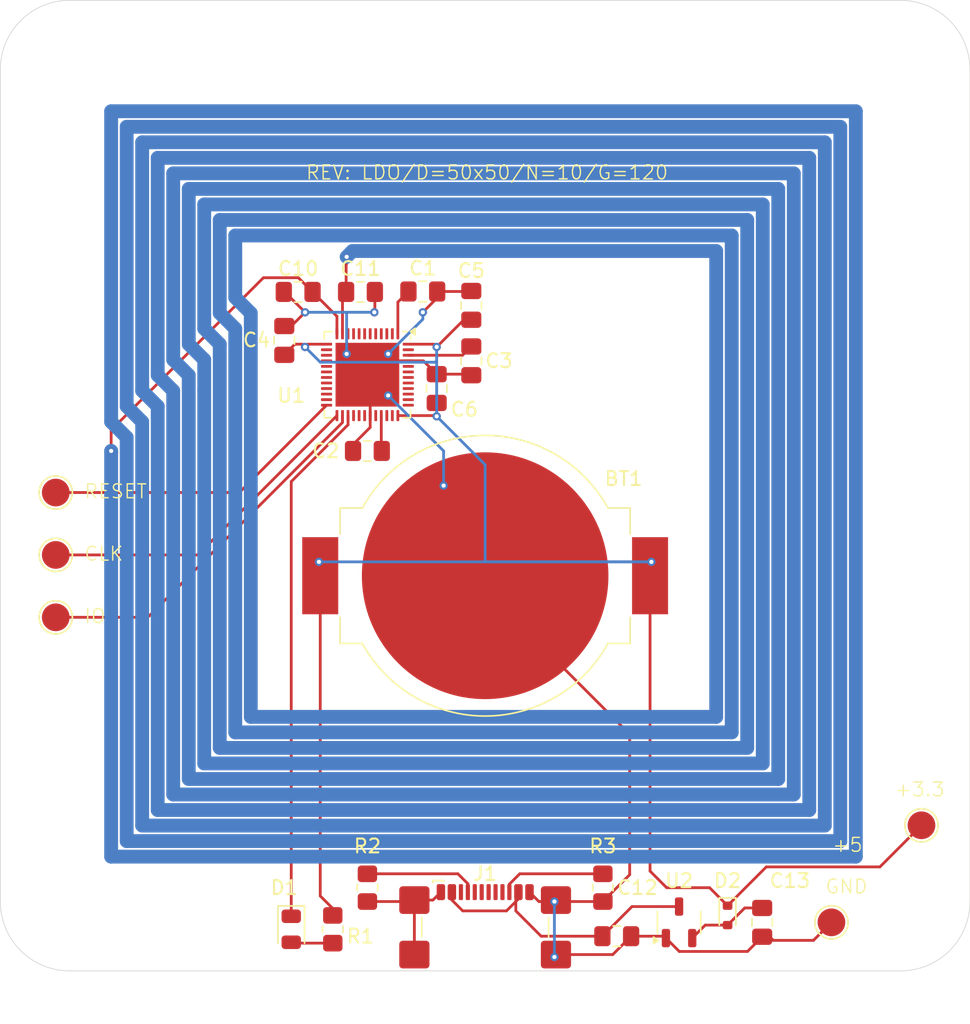
<source format=kicad_pcb>
(kicad_pcb (version 20240108) (generator "pcbnew") (generator_version "8.0")
  (layers (0 "F.Cu" signal) (31 "B.Cu" signal) (34 "B.Paste" user) (35 "F.Paste" user) (36 "B.SilkS" user "B.Silkscreen") (37 "F.SilkS" user "F.Silkscreen") (38 "B.Mask" user) (39 "F.Mask" user) (44 "Edge.Cuts" user))
  (net 0 "")
  (net 2 "+3.3V")
  (net 3 "GND")
  (net 4 "Net-(U1-DEC1)")
  (net 5 "Net-(U1-DEC3)")
  (net 6 "Net-(U1-DEC4)")
  (net 10 "Net-(U1-NFC1{slash}P0.09)")
  (net 11 "Net-(U2-IN)")
  (net 12 "Net-(D2-A)")
  (net 13 "Net-(D1-K)")
  (net 14 "Net-(D1-A)")
  (net 16 "Net-(J1-CC1)")
  (net 20 "Net-(J1-CC2)")
  (net 23 "Net-(U1-P0.21{slash}~{RESET})")
  (net 24 "Net-(U1-SWDCLK)")
  (net 25 "Net-(U1-SWDIO)")
  (footprint "TestPoint:TestPoint_Pad_D2.0mm" (layer "F.Cu") (at 64 75.5)
    (property "Reference" "TP1" (hide yes))
    (property "Value" "RESET")
    (fp_circle (center 0 0) (end 0 1.2) (stroke (width 0.12)) (fill none) (layer "F.SilkS"))
    (pad "1" smd circle (at 0 0) (size 2 2) (layers "F.Cu" "F.Mask") (net 23 "Net-(U1-P0.21{slash}~{RESET})"))
  )
  (footprint "Capacitor_SMD:C_0805_2012Metric_Pad1.18x1.45mm_HandSolder" (layer "F.Cu") (at 94 62 90)
    (property "Reference" "C5" (at 2.5 0 180) (layer "F.SilkS"))
    (property "Value" "4.7u")
    (fp_line (start -0.261252 -0.735) (end 0.261252 -0.735) (stroke (width 0.12)) (layer "F.SilkS"))
    (fp_line (start -0.261252 0.735) (end 0.261252 0.735) (stroke (width 0.12)) (layer "F.SilkS"))
    (pad "1" smd roundrect (at -1.0375 0 90) (size 1.175 1.45) (layers "F.Cu" "F.Paste" "F.Mask") (roundrect_rratio 0.212766) (net 2 "+3.3V"))
    (pad "2" smd roundrect (at 1.0375 0 90) (size 1.175 1.45) (layers "F.Cu" "F.Paste" "F.Mask") (roundrect_rratio 0.212766) (net 3 "GND"))
  )
  (footprint "Capacitor_SMD:C_0805_2012Metric_Pad1.18x1.45mm_HandSolder" (layer "F.Cu") (at 80.5 64.53 90)
    (property "Reference" "C4" (at 0.03 -2 180) (layer "F.SilkS"))
    (property "Value" "100n")
    (fp_line (start -0.261252 -0.735) (end 0.261252 -0.735) (stroke (width 0.12)) (layer "F.SilkS"))
    (fp_line (start -0.261252 0.735) (end 0.261252 0.735) (stroke (width 0.12)) (layer "F.SilkS"))
    (pad "1" smd roundrect (at -1.0375 0 90) (size 1.175 1.45) (layers "F.Cu" "F.Paste" "F.Mask") (roundrect_rratio 0.212766) (net 2 "+3.3V"))
    (pad "2" smd roundrect (at 1.0375 0 90) (size 1.175 1.45) (layers "F.Cu" "F.Paste" "F.Mask") (roundrect_rratio 0.212766) (net 3 "GND"))
  )
  (footprint "Capacitor_SMD:C_0805_2012Metric_Pad1.18x1.45mm_HandSolder" (layer "F.Cu") (at 94 66 -90)
    (property "Reference" "C3" (at 0 -2 180) (layer "F.SilkS"))
    (property "Value" "1u")
    (fp_line (start -0.261252 0.735) (end 0.261252 0.735) (stroke (width 0.12)) (layer "F.SilkS"))
    (fp_line (start -0.261252 -0.735) (end 0.261252 -0.735) (stroke (width 0.12)) (layer "F.SilkS"))
    (pad "1" smd roundrect (at -1.0375 0 270) (size 1.175 1.45) (layers "F.Cu" "F.Paste" "F.Mask") (roundrect_rratio 0.212766) (net 6 "Net-(U1-DEC4)"))
    (pad "2" smd roundrect (at 1.0375 0 270) (size 1.175 1.45) (layers "F.Cu" "F.Paste" "F.Mask") (roundrect_rratio 0.212766) (net 3 "GND"))
  )
  (footprint "TestPoint:TestPoint_Pad_D2.0mm" (layer "F.Cu") (at 64 80)
    (property "Reference" "TP2" (hide yes))
    (property "Value" "CLK")
    (fp_circle (center 0 0) (end 0 1.2) (stroke (width 0.12)) (fill none) (layer "F.SilkS"))
    (pad "1" smd circle (at 0 0) (size 2 2) (layers "F.Cu" "F.Mask") (net 24 "Net-(U1-SWDCLK)"))
  )
  (footprint "Capacitor_SMD:C_0805_2012Metric_Pad1.18x1.45mm_HandSolder" (layer "F.Cu") (at 104.5 107.5)
    (property "Reference" "C12" (at 1.5 -3.5 0) (layer "F.SilkS"))
    (property "Value" "100n")
    (fp_line (start -0.261252 -0.735) (end 0.261252 -0.735) (stroke (width 0.12)) (layer "F.SilkS"))
    (fp_line (start -0.261252 0.735) (end 0.261252 0.735) (stroke (width 0.12)) (layer "F.SilkS"))
    (pad "1" smd roundrect (at -1.0375 0) (size 1.175 1.45) (layers "F.Cu" "F.Paste" "F.Mask") (roundrect_rratio 0.212766) (net 11 "Net-(U2-IN)"))
    (pad "2" smd roundrect (at 1.0375 0) (size 1.175 1.45) (layers "F.Cu" "F.Paste" "F.Mask") (roundrect_rratio 0.212766) (net 3 "GND"))
  )
  (footprint "TestPoint:TestPoint_Pad_D2.0mm" (layer "F.Cu") (at 64 84.5)
    (property "Reference" "TP3" (hide yes))
    (property "Value" "IO")
    (fp_circle (center 0 0) (end 0 1.2) (stroke (width 0.12)) (fill none) (layer "F.SilkS"))
    (pad "1" smd circle (at 0 0) (size 2 2) (layers "F.Cu" "F.Mask") (net 25 "Net-(U1-SWDIO)"))
  )
  (footprint "Capacitor_SMD:C_0805_2012Metric_Pad1.18x1.45mm_HandSolder" (layer "F.Cu") (at 115 106.5 -90)
    (property "Reference" "C13" (at -3 -2 180) (layer "F.SilkS"))
    (property "Value" "100n")
    (fp_line (start -0.261252 0.735) (end 0.261252 0.735) (stroke (width 0.12)) (layer "F.SilkS"))
    (fp_line (start -0.261252 -0.735) (end 0.261252 -0.735) (stroke (width 0.12)) (layer "F.SilkS"))
    (pad "1" smd roundrect (at -1.0375 0 270) (size 1.175 1.45) (layers "F.Cu" "F.Paste" "F.Mask") (roundrect_rratio 0.212766) (net 12 "Net-(D2-A)"))
    (pad "2" smd roundrect (at 1.0375 0 270) (size 1.175 1.45) (layers "F.Cu" "F.Paste" "F.Mask") (roundrect_rratio 0.212766) (net 3 "GND"))
  )
  (footprint "Battery:BatteryHolder_MPD_BC2003_1x2032" (layer "F.Cu") (at 95 81.5)
    (property "Reference" "BT1" (at 10 -7 0) (layer "F.SilkS"))
    (property "Value" "CR2032")
    (fp_line (start -10.47 -4.885) (end -8.86291 -4.885) (stroke (width 0.12)) (layer "F.SilkS"))
    (fp_line (start -10.47 -3) (end -10.47 -4.885) (stroke (width 0.12)) (layer "F.SilkS"))
    (fp_line (start -10.47 3) (end -10.47 4.885) (stroke (width 0.12)) (layer "F.SilkS"))
    (fp_line (start -10.47 4.885) (end -8.86291 4.885) (stroke (width 0.12)) (layer "F.SilkS"))
    (fp_line (start 10.47 -4.885) (end 8.86291 -4.885) (stroke (width 0.12)) (layer "F.SilkS"))
    (fp_line (start 10.47 -3) (end 10.47 -4.885) (stroke (width 0.12)) (layer "F.SilkS"))
    (fp_line (start 10.47 3) (end 10.47 4.885) (stroke (width 0.12)) (layer "F.SilkS"))
    (fp_line (start 10.47 4.885) (end 8.86291 4.885) (stroke (width 0.12)) (layer "F.SilkS"))
    (fp_arc (start -8.86291 -4.885) (mid 0 -10.12) (end 8.86291 -4.885) (stroke (width 0.12)) (layer "F.SilkS"))
    (fp_arc (start 8.865021 4.881168) (mid 0.002187 10.12) (end -8.86291 4.885) (stroke (width 0.12)) (layer "F.SilkS"))
    (pad "1" smd rect (at -11.905 0) (size 2.6 5.56) (layers "F.Cu" "F.Paste" "F.Mask") (net 2 "+3.3V"))
    (pad "1" smd rect (at 11.905 0) (size 2.6 5.56) (layers "F.Cu" "F.Paste" "F.Mask") (net 2 "+3.3V"))
    (pad "2" smd circle (at 0 0) (size 17.8 17.8) (layers "F.Cu" "F.Mask") (net 3 "GND"))
  )
  (footprint "Resistor_SMD:R_0805_2012Metric_Pad1.20x1.40mm_HandSolder" (layer "F.Cu") (at 84 107 90)
    (property "Reference" "R1" (at -0.5 2 180) (layer "F.SilkS"))
    (property "Value" "100")
    (fp_line (start -0.227064 -0.735) (end 0.227064 -0.735) (stroke (width 0.12)) (layer "F.SilkS"))
    (fp_line (start -0.227064 0.735) (end 0.227064 0.735) (stroke (width 0.12)) (layer "F.SilkS"))
    (pad "1" smd roundrect (at -1 0 90) (size 1.2 1.4) (layers "F.Cu" "F.Paste" "F.Mask") (roundrect_rratio 0.208333) (net 14 "Net-(D1-A)"))
    (pad "2" smd roundrect (at 1 0 90) (size 1.2 1.4) (layers "F.Cu" "F.Paste" "F.Mask") (roundrect_rratio 0.208333) (net 2 "+3.3V"))
  )
  (footprint "Capacitor_SMD:C_0805_2012Metric_Pad1.18x1.45mm_HandSolder" (layer "F.Cu") (at 81.5 61.03)
    (property "Reference" "C10" (at 0 -1.68 0) (layer "F.SilkS"))
    (property "Value" "TBD")
    (fp_line (start -0.261252 -0.735) (end 0.261252 -0.735) (stroke (width 0.12)) (layer "F.SilkS"))
    (fp_line (start -0.261252 0.735) (end 0.261252 0.735) (stroke (width 0.12)) (layer "F.SilkS"))
    (pad "1" smd roundrect (at -1.0375 0) (size 1.175 1.45) (layers "F.Cu" "F.Paste" "F.Mask") (roundrect_rratio 0.212766) (net 3 "GND"))
    (pad "2" smd roundrect (at 1.0375 0) (size 1.175 1.45) (layers "F.Cu" "F.Paste" "F.Mask") (roundrect_rratio 0.212766) (net 10 "Net-(U1-NFC1{slash}P0.09)"))
  )
  (footprint "Capacitor_SMD:C_0805_2012Metric_Pad1.18x1.45mm_HandSolder" (layer "F.Cu") (at 86 61.03)
    (property "Reference" "C11" (at 0 -1.68 0) (layer "F.SilkS"))
    (property "Value" "TBD")
    (fp_line (start -0.261252 -0.735) (end 0.261252 -0.735) (stroke (width 0.12)) (layer "F.SilkS"))
    (fp_line (start -0.261252 0.735) (end 0.261252 0.735) (stroke (width 0.12)) (layer "F.SilkS"))
    (pad "1" smd roundrect (at -1.0375 0) (size 1.175 1.45) (layers "F.Cu" "F.Paste" "F.Mask") (roundrect_rratio 0.212766) (net 10 "Net-(U1-NFC1{slash}P0.09)"))
    (pad "2" smd roundrect (at 1.0375 0) (size 1.175 1.45) (layers "F.Cu" "F.Paste" "F.Mask") (roundrect_rratio 0.212766) (net 3 "GND"))
  )
  (footprint "TestPoint:TestPoint_Pad_D2.0mm" (layer "F.Cu") (at 120 106.5)
    (property "Reference" "TP6" (hide yes))
    (property "Value" "GND")
    (fp_circle (center 0 0) (end 0 1.2) (stroke (width 0.12)) (fill none) (layer "F.SilkS"))
    (pad "1" smd circle (at 0 0) (size 2 2) (layers "F.Cu" "F.Mask") (net 3 "GND"))
  )
  (footprint "Connector_USB:USB_C_Receptacle_GCT_USB4110" (layer "F.Cu") (at 95 108)
    (property "Reference" "J1" (at 0 -5.015 0) (layer "F.SilkS"))
    (property "Value" "USB_C_Receptacle_USB2.0_16P")
    (fp_line (start -4.58 -0.435) (end -4.58 -1.845) (stroke (width 0.12)) (layer "F.SilkS"))
    (fp_line (start -3.76 -4.515) (end -3.76 -4.365) (stroke (width 0.12)) (layer "F.SilkS"))
    (fp_line (start -2.96 -4.515) (end -3.76 -4.515) (stroke (width 0.12)) (layer "F.SilkS"))
    (fp_line (start 4.58 -0.435) (end 4.58 -1.845) (stroke (width 0.12)) (layer "F.SilkS"))
    (pad "" np_thru_hole circle (at -2.89 -2.605) (size 0.65 0.65) (drill 0.65) (layers "F&B.Cu" "*.Mask"))
    (pad "" np_thru_hole circle (at 2.89 -2.605) (size 0.65 0.65) (drill 0.65) (layers "F&B.Cu" "*.Mask"))
    (pad "A1" smd roundrect (at -3.2 -3.68) (size 0.6 1.15) (layers "F.Cu" "F.Paste" "F.Mask") (net 3 "GND"))
    (pad "A4" smd roundrect (at -2.4 -3.68) (size 0.6 1.15) (layers "F.Cu" "F.Paste" "F.Mask") (net 11 "Net-(U2-IN)"))
    (pad "A5" smd roundrect (at -1.25 -3.68) (size 0.3 1.15) (layers "F.Cu" "F.Paste" "F.Mask") (net 16 "Net-(J1-CC1)"))
    (pad "A6" smd roundrect (at -0.25 -3.68) (size 0.3 1.15) (layers "F.Cu" "F.Paste" "F.Mask"))
    (pad "A7" smd roundrect (at 0.25 -3.68) (size 0.3 1.15) (layers "F.Cu" "F.Paste" "F.Mask"))
    (pad "A8" smd roundrect (at 1.25 -3.68) (size 0.3 1.15) (layers "F.Cu" "F.Paste" "F.Mask"))
    (pad "A9" smd roundrect (at 2.4 -3.68) (size 0.6 1.15) (layers "F.Cu" "F.Paste" "F.Mask") (net 11 "Net-(U2-IN)"))
    (pad "A12" smd roundrect (at 3.2 -3.68) (size 0.6 1.15) (layers "F.Cu" "F.Paste" "F.Mask") (net 3 "GND"))
    (pad "B1" smd roundrect (at 3.2 -3.68) (size 0.6 1.15) (layers "F.Cu" "F.Paste" "F.Mask") (net 3 "GND"))
    (pad "B4" smd roundrect (at 2.4 -3.68) (size 0.6 1.15) (layers "F.Cu" "F.Paste" "F.Mask") (net 11 "Net-(U2-IN)"))
    (pad "B5" smd roundrect (at 1.75 -3.68) (size 0.3 1.15) (layers "F.Cu" "F.Paste" "F.Mask") (net 20 "Net-(J1-CC2)"))
    (pad "B6" smd roundrect (at 0.75 -3.68) (size 0.3 1.15) (layers "F.Cu" "F.Paste" "F.Mask"))
    (pad "B7" smd roundrect (at -0.75 -3.68) (size 0.3 1.15) (layers "F.Cu" "F.Paste" "F.Mask"))
    (pad "B8" smd roundrect (at -1.75 -3.68) (size 0.3 1.15) (layers "F.Cu" "F.Paste" "F.Mask"))
    (pad "B9" smd roundrect (at -2.4 -3.68) (size 0.6 1.15) (layers "F.Cu" "F.Paste" "F.Mask") (net 11 "Net-(U2-IN)"))
    (pad "B12" smd roundrect (at -3.2 -3.68) (size 0.6 1.15) (layers "F.Cu" "F.Paste" "F.Mask") (net 3 "GND"))
    (pad "S1" smd roundrect (at -5.11 -3.105) (size 2.18 2) (layers "F.Cu" "F.Paste" "F.Mask") (roundrect_rratio 0.125) (net 3 "GND"))
    (pad "S1" smd roundrect (at -5.11 0.825) (size 2.18 2) (layers "F.Cu" "F.Paste" "F.Mask") (roundrect_rratio 0.125) (net 3 "GND"))
    (pad "S1" smd roundrect (at 5.11 -3.105) (size 2.18 2) (layers "F.Cu" "F.Paste" "F.Mask") (roundrect_rratio 0.125) (net 3 "GND"))
    (pad "S1" smd roundrect (at 5.11 0.825) (size 2.18 2) (layers "F.Cu" "F.Paste" "F.Mask") (roundrect_rratio 0.125) (net 3 "GND"))
  )
  (footprint "LED_SMD:LED_0805_2012Metric" (layer "F.Cu") (at 81 107 -90)
    (property "Reference" "D1" (at -3 0.5 180) (layer "F.SilkS"))
    (property "Value" "ACTIVE")
    (fp_line (start -1.685 0.96) (end 1 0.96) (stroke (width 0.12)) (layer "F.SilkS"))
    (fp_line (start -1.685 -0.96) (end -1.685 0.96) (stroke (width 0.12)) (layer "F.SilkS"))
    (fp_line (start 1 -0.96) (end -1.685 -0.96) (stroke (width 0.12)) (layer "F.SilkS"))
    (pad "1" smd roundrect (at -0.9375 0 270) (size 0.975 1.4) (layers "F.Cu" "F.Paste" "F.Mask") (net 13 "Net-(D1-K)"))
    (pad "2" smd roundrect (at 0.9375 0 270) (size 0.975 1.4) (layers "F.Cu" "F.Paste" "F.Mask") (net 14 "Net-(D1-A)"))
  )
  (footprint "Package_DFN_QFN:QFN-48-1EP_6x6mm_P0.4mm_EP4.6x4.6mm" (layer "F.Cu") (at 86.5 67 -90)
    (property "Reference" "U1" (at 1.5 5.5 180) (layer "F.SilkS"))
    (property "Value" "nRF52832-QFxx")
    (fp_line (start -3.11 3.11) (end -3.11 2.56) (stroke (width 0.12)) (layer "F.SilkS"))
    (fp_line (start -2.56 3.11) (end -3.11 3.11) (stroke (width 0.12)) (layer "F.SilkS"))
    (fp_line (start 2.56 3.11) (end 3.11 3.11) (stroke (width 0.12)) (layer "F.SilkS"))
    (fp_line (start 3.11 3.11) (end 3.11 2.56) (stroke (width 0.12)) (layer "F.SilkS"))
    (fp_line (start -3.11 -2.56) (end -3.11 -2.87) (stroke (width 0.12)) (layer "F.SilkS"))
    (fp_line (start -2.56 -3.11) (end -2.81 -3.11) (stroke (width 0.12)) (layer "F.SilkS"))
    (fp_line (start 2.56 -3.11) (end 3.11 -3.11) (stroke (width 0.12)) (layer "F.SilkS"))
    (fp_line (start 3.11 -3.11) (end 3.11 -2.56) (stroke (width 0.12)) (layer "F.SilkS"))
    (fp_poly (pts (xy -3.11 -3.11) (xy -3.35 -3.44) (xy -2.87 -3.44) (xy -3.11 -3.11)) (stroke (width 0.12)) (fill solid) (layer "F.SilkS"))
    (pad "1" smd roundrect (at -2.95 -2.2 270) (size 0.8 0.2) (layers "F.Cu" "F.Paste" "F.Mask") (net 4 "Net-(U1-DEC1)"))
    (pad "2" smd roundrect (at -2.95 -1.8 270) (size 0.8 0.2) (layers "F.Cu" "F.Paste" "F.Mask"))
    (pad "3" smd roundrect (at -2.95 -1.4 270) (size 0.8 0.2) (layers "F.Cu" "F.Paste" "F.Mask"))
    (pad "4" smd roundrect (at -2.95 -1 270) (size 0.8 0.2) (layers "F.Cu" "F.Paste" "F.Mask"))
    (pad "5" smd roundrect (at -2.95 -0.6 270) (size 0.8 0.2) (layers "F.Cu" "F.Paste" "F.Mask"))
    (pad "6" smd roundrect (at -2.95 -0.2 270) (size 0.8 0.2) (layers "F.Cu" "F.Paste" "F.Mask"))
    (pad "7" smd roundrect (at -2.95 0.2 270) (size 0.8 0.2) (layers "F.Cu" "F.Paste" "F.Mask"))
    (pad "8" smd roundrect (at -2.95 0.6 270) (size 0.8 0.2) (layers "F.Cu" "F.Paste" "F.Mask"))
    (pad "9" smd roundrect (at -2.95 1 270) (size 0.8 0.2) (layers "F.Cu" "F.Paste" "F.Mask"))
    (pad "10" smd roundrect (at -2.95 1.4 270) (size 0.8 0.2) (layers "F.Cu" "F.Paste" "F.Mask"))
    (pad "11" smd roundrect (at -2.95 1.8 270) (size 0.8 0.2) (layers "F.Cu" "F.Paste" "F.Mask") (net 10 "Net-(U1-NFC1{slash}P0.09)"))
    (pad "12" smd roundrect (at -2.95 2.2 270) (size 0.8 0.2) (layers "F.Cu" "F.Paste" "F.Mask") (net 10 "Net-(U1-NFC1{slash}P0.09)"))
    (pad "13" smd roundrect (at -2.2 2.95 270) (size 0.2 0.8) (layers "F.Cu" "F.Paste" "F.Mask") (net 2 "+3.3V"))
    (pad "14" smd roundrect (at -1.8 2.95 270) (size 0.2 0.8) (layers "F.Cu" "F.Paste" "F.Mask"))
    (pad "15" smd roundrect (at -1.4 2.95 270) (size 0.2 0.8) (layers "F.Cu" "F.Paste" "F.Mask"))
    (pad "16" smd roundrect (at -1 2.95 270) (size 0.2 0.8) (layers "F.Cu" "F.Paste" "F.Mask"))
    (pad "17" smd roundrect (at -0.6 2.95 270) (size 0.2 0.8) (layers "F.Cu" "F.Paste" "F.Mask"))
    (pad "18" smd roundrect (at -0.2 2.95 270) (size 0.2 0.8) (layers "F.Cu" "F.Paste" "F.Mask"))
    (pad "19" smd roundrect (at 0.2 2.95 270) (size 0.2 0.8) (layers "F.Cu" "F.Paste" "F.Mask"))
    (pad "20" smd roundrect (at 0.6 2.95 270) (size 0.2 0.8) (layers "F.Cu" "F.Paste" "F.Mask"))
    (pad "21" smd roundrect (at 1 2.95 270) (size 0.2 0.8) (layers "F.Cu" "F.Paste" "F.Mask"))
    (pad "22" smd roundrect (at 1.4 2.95 270) (size 0.2 0.8) (layers "F.Cu" "F.Paste" "F.Mask"))
    (pad "23" smd roundrect (at 1.8 2.95 270) (size 0.2 0.8) (layers "F.Cu" "F.Paste" "F.Mask"))
    (pad "24" smd roundrect (at 2.2 2.95 270) (size 0.2 0.8) (layers "F.Cu" "F.Paste" "F.Mask") (net 23 "Net-(U1-P0.21{slash}~{RESET})"))
    (pad "25" smd roundrect (at 2.95 2.2 270) (size 0.8 0.2) (layers "F.Cu" "F.Paste" "F.Mask") (net 24 "Net-(U1-SWDCLK)"))
    (pad "26" smd roundrect (at 2.95 1.8 270) (size 0.8 0.2) (layers "F.Cu" "F.Paste" "F.Mask") (net 25 "Net-(U1-SWDIO)"))
    (pad "27" smd roundrect (at 2.95 1.4 270) (size 0.8 0.2) (layers "F.Cu" "F.Paste" "F.Mask") (net 13 "Net-(D1-K)"))
    (pad "28" smd roundrect (at 2.95 1 270) (size 0.8 0.2) (layers "F.Cu" "F.Paste" "F.Mask"))
    (pad "29" smd roundrect (at 2.95 0.6 270) (size 0.8 0.2) (layers "F.Cu" "F.Paste" "F.Mask"))
    (pad "30" smd roundrect (at 2.95 0.2 270) (size 0.8 0.2) (layers "F.Cu" "F.Paste" "F.Mask"))
    (pad "31" smd roundrect (at 2.95 -0.2 270) (size 0.8 0.2) (layers "F.Cu" "F.Paste" "F.Mask") (net 3 "GND"))
    (pad "32" smd roundrect (at 2.95 -0.6 270) (size 0.8 0.2) (layers "F.Cu" "F.Paste" "F.Mask"))
    (pad "33" smd roundrect (at 2.95 -1 270) (size 0.8 0.2) (layers "F.Cu" "F.Paste" "F.Mask") (net 5 "Net-(U1-DEC3)"))
    (pad "34" smd roundrect (at 2.95 -1.4 270) (size 0.8 0.2) (layers "F.Cu" "F.Paste" "F.Mask"))
    (pad "35" smd roundrect (at 2.95 -1.8 270) (size 0.8 0.2) (layers "F.Cu" "F.Paste" "F.Mask"))
    (pad "36" smd roundrect (at 2.95 -2.2 270) (size 0.8 0.2) (layers "F.Cu" "F.Paste" "F.Mask") (net 2 "+3.3V"))
    (pad "37" smd roundrect (at 2.2 -2.95 270) (size 0.2 0.8) (layers "F.Cu" "F.Paste" "F.Mask"))
    (pad "38" smd roundrect (at 1.8 -2.95 270) (size 0.2 0.8) (layers "F.Cu" "F.Paste" "F.Mask"))
    (pad "39" smd roundrect (at 1.4 -2.95 270) (size 0.2 0.8) (layers "F.Cu" "F.Paste" "F.Mask"))
    (pad "40" smd roundrect (at 1 -2.95 270) (size 0.2 0.8) (layers "F.Cu" "F.Paste" "F.Mask"))
    (pad "41" smd roundrect (at 0.6 -2.95 270) (size 0.2 0.8) (layers "F.Cu" "F.Paste" "F.Mask"))
    (pad "42" smd roundrect (at 0.2 -2.95 270) (size 0.2 0.8) (layers "F.Cu" "F.Paste" "F.Mask"))
    (pad "43" smd roundrect (at -0.2 -2.95 270) (size 0.2 0.8) (layers "F.Cu" "F.Paste" "F.Mask"))
    (pad "44" smd roundrect (at -0.6 -2.95 270) (size 0.2 0.8) (layers "F.Cu" "F.Paste" "F.Mask"))
    (pad "45" smd roundrect (at -1 -2.95 270) (size 0.2 0.8) (layers "F.Cu" "F.Paste" "F.Mask") (net 3 "GND"))
    (pad "46" smd roundrect (at -1.4 -2.95 270) (size 0.2 0.8) (layers "F.Cu" "F.Paste" "F.Mask") (net 6 "Net-(U1-DEC4)"))
    (pad "47" smd roundrect (at -1.8 -2.95 270) (size 0.2 0.8) (layers "F.Cu" "F.Paste" "F.Mask"))
    (pad "48" smd roundrect (at -2.2 -2.95 270) (size 0.2 0.8) (layers "F.Cu" "F.Paste" "F.Mask") (net 2 "+3.3V"))
    (pad "49" smd rect (at 0 0 270) (size 4.6 4.6) (property pad_prop_heatsink) (layers "F.Cu" "F.Mask") (net 3 "GND"))
  )
  (footprint "Capacitor_SMD:C_0805_2012Metric_Pad1.18x1.45mm_HandSolder" (layer "F.Cu") (at 91.5 68 90)
    (property "Reference" "C6" (at -1.5 2 180) (layer "F.SilkS"))
    (property "Value" "100n")
    (fp_line (start -0.261252 -0.735) (end 0.261252 -0.735) (stroke (width 0.12)) (layer "F.SilkS"))
    (fp_line (start -0.261252 0.735) (end 0.261252 0.735) (stroke (width 0.12)) (layer "F.SilkS"))
    (pad "1" smd roundrect (at -1.0375 0 90) (size 1.175 1.45) (layers "F.Cu" "F.Paste" "F.Mask") (roundrect_rratio 0.212766) (net 2 "+3.3V"))
    (pad "2" smd roundrect (at 1.0375 0 90) (size 1.175 1.45) (layers "F.Cu" "F.Paste" "F.Mask") (roundrect_rratio 0.212766) (net 3 "GND"))
  )
  (footprint "Capacitor_SMD:C_0805_2012Metric_Pad1.18x1.45mm_HandSolder" (layer "F.Cu") (at 86.5 72.5 180)
    (property "Reference" "C2" (at 3 0 0) (layer "F.SilkS"))
    (property "Value" "100p")
    (fp_line (start -0.261252 0.735) (end 0.261252 0.735) (stroke (width 0.12)) (layer "F.SilkS"))
    (fp_line (start -0.261252 -0.735) (end 0.261252 -0.735) (stroke (width 0.12)) (layer "F.SilkS"))
    (pad "1" smd roundrect (at -1.0375 0 180) (size 1.175 1.45) (layers "F.Cu" "F.Paste" "F.Mask") (roundrect_rratio 0.212766) (net 5 "Net-(U1-DEC3)"))
    (pad "2" smd roundrect (at 1.0375 0 180) (size 1.175 1.45) (layers "F.Cu" "F.Paste" "F.Mask") (roundrect_rratio 0.212766) (net 3 "GND"))
  )
  (footprint "TestPoint:TestPoint_Pad_D2.0mm" (layer "F.Cu") (at 126.5 99.5)
    (property "Reference" "TP5" (hide yes))
    (property "Value" "+3.3")
    (fp_circle (center 0 0) (end 0 1.2) (stroke (width 0.12)) (fill none) (layer "F.SilkS"))
    (pad "1" smd circle (at 0 0) (size 2 2) (layers "F.Cu" "F.Mask") (net 2 "+3.3V"))
  )
  (footprint "Resistor_SMD:R_0805_2012Metric_Pad1.20x1.40mm_HandSolder" (layer "F.Cu") (at 86.5 104 90)
    (property "Reference" "R2" (at 3 0 180) (layer "F.SilkS"))
    (property "Value" "5.1k")
    (fp_line (start -0.227064 -0.735) (end 0.227064 -0.735) (stroke (width 0.12)) (layer "F.SilkS"))
    (fp_line (start -0.227064 0.735) (end 0.227064 0.735) (stroke (width 0.12)) (layer "F.SilkS"))
    (pad "1" smd roundrect (at -1 0 90) (size 1.2 1.4) (layers "F.Cu" "F.Paste" "F.Mask") (roundrect_rratio 0.208333) (net 3 "GND"))
    (pad "2" smd roundrect (at 1 0 90) (size 1.2 1.4) (layers "F.Cu" "F.Paste" "F.Mask") (roundrect_rratio 0.208333) (net 16 "Net-(J1-CC1)"))
  )
  (footprint "Package_TO_SOT_SMD:SOT-23-3" (layer "F.Cu") (at 109 106.5 90)
    (property "Reference" "U2" (at 3 0 180) (layer "F.SilkS"))
    (property "Value" "RS3002-3.3SYF5")
    (fp_line (start 0 -1.56) (end 0.8 -1.56) (stroke (width 0.12)) (layer "F.SilkS"))
    (fp_line (start 0 -1.56) (end -0.8 -1.56) (stroke (width 0.12)) (layer "F.SilkS"))
    (fp_line (start 0 1.56) (end 0.8 1.56) (stroke (width 0.12)) (layer "F.SilkS"))
    (fp_line (start 0 1.56) (end -0.8 1.56) (stroke (width 0.12)) (layer "F.SilkS"))
    (fp_poly (pts (xy -1.3 -1.51) (xy -1.54 -1.84) (xy -1.06 -1.84) (xy -1.3 -1.51)) (stroke (width 0.12)) (fill solid) (layer "F.SilkS"))
    (pad "1" smd roundrect (at -1.1375 -0.95 90) (size 1.325 0.6) (layers "F.Cu" "F.Paste" "F.Mask") (net 3 "GND"))
    (pad "2" smd roundrect (at -1.1375 0.95 90) (size 1.325 0.6) (layers "F.Cu" "F.Paste" "F.Mask") (net 12 "Net-(D2-A)"))
    (pad "3" smd roundrect (at 1.1375 0 90) (size 1.325 0.6) (layers "F.Cu" "F.Paste" "F.Mask") (net 11 "Net-(U2-IN)"))
  )
  (footprint "Diode_SMD:D_SOD-523" (layer "F.Cu") (at 112.5 106 -90)
    (property "Reference" "D2" (at -2.5 0 0) (layer "F.SilkS"))
    (property "Value" "RB751S-40")
    (fp_line (start 0.7 0.6) (end -1.26 0.6) (stroke (width 0.12)) (layer "F.SilkS"))
    (fp_line (start -1.26 -0.6) (end -1.26 0.6) (stroke (width 0.12)) (layer "F.SilkS"))
    (fp_line (start 0.7 -0.6) (end -1.26 -0.6) (stroke (width 0.12)) (layer "F.SilkS"))
    (pad "1" smd roundrect (at -0.7 0 90) (size 0.6 0.7) (layers "F.Cu" "F.Paste" "F.Mask") (net 2 "+3.3V"))
    (pad "2" smd roundrect (at 0.7 0 90) (size 0.6 0.7) (layers "F.Cu" "F.Paste" "F.Mask") (net 12 "Net-(D2-A)"))
  )
  (footprint "Resistor_SMD:R_0805_2012Metric_Pad1.20x1.40mm_HandSolder" (layer "F.Cu") (at 103.5 104 -90)
    (property "Reference" "R3" (at -3 0 180) (layer "F.SilkS"))
    (property "Value" "5.1k")
    (fp_line (start -0.227064 0.735) (end 0.227064 0.735) (stroke (width 0.12)) (layer "F.SilkS"))
    (fp_line (start -0.227064 -0.735) (end 0.227064 -0.735) (stroke (width 0.12)) (layer "F.SilkS"))
    (pad "1" smd roundrect (at -1 0 270) (size 1.2 1.4) (layers "F.Cu" "F.Paste" "F.Mask") (roundrect_rratio 0.208333) (net 20 "Net-(J1-CC2)"))
    (pad "2" smd roundrect (at 1 0 270) (size 1.2 1.4) (layers "F.Cu" "F.Paste" "F.Mask") (roundrect_rratio 0.208333) (net 3 "GND"))
  )
  (footprint "Capacitor_SMD:C_0805_2012Metric_Pad1.18x1.45mm_HandSolder" (layer "F.Cu") (at 90.5 61)
    (property "Reference" "C1" (at 0 -1.68 0) (layer "F.SilkS"))
    (property "Value" "100n")
    (fp_line (start -0.261252 -0.735) (end 0.261252 -0.735) (stroke (width 0.12)) (layer "F.SilkS"))
    (fp_line (start -0.261252 0.735) (end 0.261252 0.735) (stroke (width 0.12)) (layer "F.SilkS"))
    (pad "1" smd roundrect (at -1.0375 0) (size 1.175 1.45) (layers "F.Cu" "F.Paste" "F.Mask") (roundrect_rratio 0.212766) (net 4 "Net-(U1-DEC1)"))
    (pad "2" smd roundrect (at 1.0375 0) (size 1.175 1.45) (layers "F.Cu" "F.Paste" "F.Mask") (roundrect_rratio 0.212766) (net 3 "GND"))
  )
  (gr_arc (start 125 40) (mid 128.535534 41.464466) (end 130 45) (stroke (width 0.05)) (layer "Edge.Cuts"))
  (gr_line (start 65 40) (end 125 40) (stroke (width 0.05)) (layer "Edge.Cuts"))
  (gr_line (start 130 45) (end 130 105) (stroke (width 0.05)) (layer "Edge.Cuts"))
  (gr_line (start 125 110) (end 65 110) (stroke (width 0.05)) (layer "Edge.Cuts"))
  (gr_arc (start 130 105) (mid 128.535534 108.535534) (end 125 110) (stroke (width 0.05)) (layer "Edge.Cuts"))
  (gr_line (start 60 105) (end 60 45) (stroke (width 0.05)) (layer "Edge.Cuts"))
  (gr_arc (start 60 45) (mid 61.464466 41.464466) (end 65 40) (stroke (width 0.05)) (layer "Edge.Cuts"))
  (gr_arc (start 65 110) (mid 61.464466 108.535534) (end 60 105) (stroke (width 0.05)) (layer "Edge.Cuts"))
  (gr_text "RESET" (at 66 76 0) (layer "F.SilkS") (effects (font (size 1 1) (thickness 0.1)) (justify left bottom)))
  (gr_text "+3.3" (at 124.5 97.5 0) (layer "F.SilkS") (effects (font (size 1 1) (thickness 0.1)) (justify left bottom)))
  (gr_text "IO" (at 66 85 0) (layer "F.SilkS") (effects (font (size 1 1) (thickness 0.1)) (justify left bottom)))
  (gr_text "GND" (at 119.5 104.5 0) (layer "F.SilkS") (effects (font (size 1 1) (thickness 0.1)) (justify left bottom)))
  (gr_text "CLK" (at 66 80.5 0) (layer "F.SilkS") (effects (font (size 1 1) (thickness 0.1)) (justify left bottom)))
  (gr_text "REV: LDO/D=50x50/N=10/G=120" (at 82 53 0) (layer "F.SilkS") (effects (font (size 1 1) (thickness 0.1)) (justify left bottom)))
  (gr_text "+5" (at 120 101.5 0) (layer "F.SilkS") (effects (font (size 1 1) (thickness 0.1)) (justify left bottom)))
  (segment (start 106.905 102.805) (end 108.1 104) (width 0.2) (layer "F.Cu") (net 2))
  (segment (start 91.5 70) (end 91.5 69.0375) (width 0.2) (layer "F.Cu") (net 2))
  (segment (start 81.8 64.8) (end 81.2675 64.8) (width 0.2) (layer "F.Cu") (net 2))
  (segment (start 93.4625 63.0375) (end 94 63.0375) (width 0.2) (layer "F.Cu") (net 2))
  (segment (start 83.55 64.8) (end 82.2 64.8) (width 0.2) (layer "F.Cu") (net 2))
  (segment (start 83.095 104.595) (end 83.095 82.5) (width 0.2) (layer "F.Cu") (net 2))
  (segment (start 81.2675 64.8) (end 80.5 65.5675) (width 0.2) (layer "F.Cu") (net 2))
  (segment (start 91.45 69.95) (end 91.5 70) (width 0.2) (layer "F.Cu") (net 2))
  (segment (start 106.905 82.5) (end 106.905 102.805) (width 0.2) (layer "F.Cu") (net 2))
  (segment (start 91.5 70) (end 91.55 69.95) (width 0.2) (layer "F.Cu") (net 2))
  (segment (start 108.1 104) (end 111.2 104) (width 0.2) (layer "F.Cu") (net 2))
  (segment (start 82 65) (end 81.8 64.8) (width 0.2) (layer "F.Cu") (net 2))
  (segment (start 91.5 65) (end 93.4625 63.0375) (width 0.2) (layer "F.Cu") (net 2))
  (segment (start 126.5 99.5) (end 123.5 102.5) (width 0.2) (layer "F.Cu") (net 2))
  (segment (start 91.3 64.8) (end 89.45 64.8) (width 0.2) (layer "F.Cu") (net 2))
  (segment (start 91.5 65) (end 91.3 64.8) (width 0.2) (layer "F.Cu") (net 2))
  (segment (start 82.2 64.8) (end 82 65) (width 0.2) (layer "F.Cu") (net 2))
  (segment (start 84 105.5) (end 83.095 104.595) (width 0.2) (layer "F.Cu") (net 2))
  (segment (start 115.3 102.5) (end 112.5 105.3) (width 0.2) (layer "F.Cu") (net 2))
  (segment (start 111.2 104) (end 112.5 105.3) (width 0.2) (layer "F.Cu") (net 2))
  (segment (start 88.7 69.95) (end 91.45 69.95) (width 0.2) (layer "F.Cu") (net 2))
  (segment (start 84 106) (end 84 105.5) (width 0.2) (layer "F.Cu") (net 2))
  (segment (start 123.5 102.5) (end 115.3 102.5) (width 0.2) (layer "F.Cu") (net 2))
  (via (at 82 65) (size 0.6) (drill 0.3) (layers "F.Cu" "B.Cu") (net 2))
  (via (at 91.5 70) (size 0.6) (drill 0.3) (layers "F.Cu" "B.Cu") (net 2))
  (via (at 91.5 65) (size 0.6) (drill 0.3) (layers "F.Cu" "B.Cu") (net 2))
  (via (at 83 80.5) (size 0.6) (drill 0.3) (layers "F.Cu" "B.Cu") (net 2))
  (via (at 107 80.5) (size 0.6) (drill 0.3) (layers "F.Cu" "B.Cu") (net 2))
  (segment (start 91.5 70) (end 95 73.5) (width 0.2) (layer "B.Cu") (net 2))
  (segment (start 95 80.5) (end 107 80.5) (width 0.2) (layer "B.Cu") (net 2))
  (segment (start 91.5 66) (end 91.5 70) (width 0.2) (layer "B.Cu") (net 2))
  (segment (start 95 73.5) (end 95 80.5) (width 0.2) (layer "B.Cu") (net 2))
  (segment (start 91.5 65) (end 91.5 66) (width 0.2) (layer "B.Cu") (net 2))
  (segment (start 83.1 66.1) (end 91.4 66.1) (width 0.2) (layer "B.Cu") (net 2))
  (segment (start 82 65) (end 83.1 66.1) (width 0.2) (layer "B.Cu") (net 2))
  (segment (start 91.4 66.1) (end 91.5 66) (width 0.2) (layer "B.Cu") (net 2))
  (segment (start 107 80.5) (end 83 80.5) (width 0.2) (layer "B.Cu") (net 2))
  (segment (start 81.0075 63.4925) (end 82 62.5) (width 0.2) (layer "F.Cu") (net 3))
  (segment (start 91.5375 61.4625) (end 90.5 62.5) (width 0.2) (layer "F.Cu") (net 3))
  (segment (start 99.535 104.32) (end 100 105) (width 0.2) (layer "F.Cu") (net 3))
  (segment (start 100.215 105) (end 100.11 104.895) (width 0.2) (layer "F.Cu") (net 3))
  (segment (start 115.8 107.8) (end 118.7 107.8) (width 0.2) (layer "F.Cu") (net 3))
  (segment (start 103.5 105) (end 100.215 105) (width 0.2) (layer "F.Cu") (net 3))
  (segment (start 113.9375 108.6) (end 115 107.5375) (width 0.2) (layer "F.Cu") (net 3))
  (segment (start 82 62.5) (end 80.53 61.03) (width 0.2) (layer "F.Cu") (net 3))
  (segment (start 105.5375 107.5) (end 107.9125 107.5) (width 0.2) (layer "F.Cu") (net 3))
  (segment (start 86.7 70.8) (end 85.4625 72.0375) (width 0.2) (layer "F.Cu") (net 3))
  (segment (start 95 82.5) (end 105.434314 92.934314) (width 0.2) (layer "F.Cu") (net 3))
  (segment (start 115 107.5375) (end 115.5375 107.5375) (width 0.2) (layer "F.Cu") (net 3))
  (segment (start 91.225 104.895) (end 91.8 104.32) (width 0.2) (layer "F.Cu") (net 3))
  (segment (start 89.785 105) (end 89.89 104.895) (width 0.2) (layer "F.Cu") (net 3))
  (segment (start 80.53 61.03) (end 80.4625 61.03) (width 0.2) (layer "F.Cu") (net 3))
  (segment (start 87.5 66) (end 86.5 67) (width 0.2) (layer "F.Cu") (net 3))
  (segment (start 91.5375 61) (end 91.5375 61.4625) (width 0.2) (layer "F.Cu") (net 3))
  (segment (start 89.45 66) (end 90.5375 66) (width 0.2) (layer "F.Cu") (net 3))
  (segment (start 107.9125 107.5) (end 108.05 107.6375) (width 0.2) (layer "F.Cu") (net 3))
  (segment (start 86.5 105) (end 89.785 105) (width 0.2) (layer "F.Cu") (net 3))
  (segment (start 109.0125 108.6) (end 113.9375 108.6) (width 0.2) (layer "F.Cu") (net 3))
  (segment (start 98.2 104.32) (end 98.88 105) (width 0.2) (layer "F.Cu") (net 3))
  (segment (start 98.88 105) (end 100 105) (width 0.2) (layer "F.Cu") (net 3))
  (segment (start 89.89 104.895) (end 91.225 104.895) (width 0.2) (layer "F.Cu") (net 3))
  (segment (start 104.2125 108.825) (end 105.5375 107.5) (width 0.2) (layer "F.Cu") (net 3))
  (segment (start 93.9625 61) (end 94 60.9625) (width 0.2) (layer "F.Cu") (net 3))
  (segment (start 87 62.5) (end 87.0375 62.4625) (width 0.2) (layer "F.Cu") (net 3))
  (segment (start 91.5 66.9625) (end 93.925 66.9625) (width 0.2) (layer "F.Cu") (net 3))
  (segment (start 100.11 108.825) (end 104.2125 108.825) (width 0.2) (layer "F.Cu") (net 3))
  (segment (start 105.434314 92.934314) (end 105.434314 103.065686) (width 0.2) (layer "F.Cu") (net 3))
  (segment (start 90.5375 66) (end 91.5 66.9625) (width 0.2) (layer "F.Cu") (net 3))
  (segment (start 89.45 66) (end 87.5 66) (width 0.2) (layer "F.Cu") (net 3))
  (segment (start 86.7 69.95) (end 86.7 70.8) (width 0.2) (layer "F.Cu") (net 3))
  (segment (start 108.05 107.6375) (end 109.0125 108.6) (width 0.2) (layer "F.Cu") (net 3))
  (segment (start 91.5375 61) (end 91.5 61) (width 0.2) (layer "F.Cu") (net 3))
  (segment (start 80.5 63.4925) (end 81.0075 63.4925) (width 0.2) (layer "F.Cu") (net 3))
  (segment (start 89.89 108.825) (end 89.89 104.895) (width 0.2) (layer "F.Cu") (net 3))
  (segment (start 85.4625 72.0375) (end 85.4625 73) (width 0.2) (layer "F.Cu") (net 3))
  (segment (start 115.5375 107.5375) (end 115.8 107.8) (width 0.2) (layer "F.Cu") (net 3))
  (segment (start 91.5 61) (end 93.9625 61) (width 0.2) (layer "F.Cu") (net 3))
  (segment (start 93.925 66.9625) (end 94 67.0375) (width 0.2) (layer "F.Cu") (net 3))
  (segment (start 87.0375 62.4625) (end 87.0375 61.03) (width 0.2) (layer "F.Cu") (net 3))
  (segment (start 100 109) (end 100.11 108.825) (width 0.2) (layer "F.Cu") (net 3))
  (segment (start 86.7 69.95) (end 86.7 67.2) (width 0.2) (layer "F.Cu") (net 3))
  (segment (start 105.434314 103.065686) (end 103.5 105) (width 0.2) (layer "F.Cu") (net 3))
  (segment (start 86.7 67.2) (end 86.5 67) (width 0.2) (layer "F.Cu") (net 3))
  (segment (start 85.5375 73.075) (end 85.4625 73) (width 0.2) (layer "F.Cu") (net 3))
  (segment (start 118.7 107.8) (end 120 106.5) (width 0.2) (layer "F.Cu") (net 3))
  (segment (start 100 105) (end 100.11 104.895) (width 0.2) (layer "F.Cu") (net 3))
  (via (at 88 65.5) (size 0.6) (drill 0.3) (layers "F.Cu" "B.Cu") (net 3))
  (via (at 100 105) (size 0.6) (drill 0.3) (layers "F.Cu" "B.Cu") (net 3))
  (via (at 92 75) (size 0.6) (drill 0.3) (layers "F.Cu" "B.Cu") (net 3))
  (via (at 88 68.5) (size 0.6) (drill 0.3) (layers "F.Cu" "B.Cu") (net 3))
  (via (at 100 109) (size 0.6) (drill 0.3) (layers "F.Cu" "B.Cu") (net 3))
  (via (at 87 62.5) (size 0.6) (drill 0.3) (layers "F.Cu" "B.Cu") (net 3))
  (via (at 90.5 62.5) (size 0.6) (drill 0.3) (layers "F.Cu" "B.Cu") (net 3))
  (via (at 85 65.5) (size 0.6) (drill 0.3) (layers "F.Cu" "B.Cu") (net 3))
  (via (at 82 62.5) (size 0.6) (drill 0.3) (layers "F.Cu" "B.Cu") (net 3))
  (segment (start 100 105) (end 100 109) (width 0.2) (layer "B.Cu") (net 3))
  (segment (start 92 72.5) (end 92 75) (width 0.2) (layer "B.Cu") (net 3))
  (segment (start 88 68.5) (end 92 72.5) (width 0.2) (layer "B.Cu") (net 3))
  (segment (start 88 65.5) (end 90.5 63) (width 0.2) (layer "B.Cu") (net 3))
  (segment (start 85 65.5) (end 85 62.5) (width 0.2) (layer "B.Cu") (net 3))
  (segment (start 84 62.5) (end 87 62.5) (width 0.2) (layer "B.Cu") (net 3))
  (segment (start 90.5 63) (end 90.5 62.5) (width 0.2) (layer "B.Cu") (net 3))
  (segment (start 82 62.5) (end 84 62.5) (width 0.2) (layer "B.Cu") (net 3))
  (segment (start 88.7 61.7625) (end 89.4625 61) (width 0.2) (layer "F.Cu") (net 4))
  (segment (start 88.7 64.05) (end 88.7 61.7625) (width 0.2) (layer "F.Cu") (net 4))
  (segment (start 87.5 69.95) (end 87.5 72.9625) (width 0.2) (layer "F.Cu") (net 5))
  (segment (start 87.5 72.9625) (end 87.5375 73) (width 0.2) (layer "F.Cu") (net 5))
  (segment (start 89.45 65.6) (end 93.3625 65.6) (width 0.2) (layer "F.Cu") (net 6))
  (segment (start 93.3625 65.6) (end 94 64.9625) (width 0.2) (layer "F.Cu") (net 6))
  (segment (start 85 58.5) (end 85 59) (width 0.2) (layer "F.Cu") (net 10))
  (segment (start 68 72.5) (end 68 71) (width 0.2) (layer "F.Cu") (net 10))
  (segment (start 78.995 60.005) (end 81.5125 60.005) (width 0.2) (layer "F.Cu") (net 10))
  (segment (start 68 71) (end 78.995 60.005) (width 0.2) (layer "F.Cu") (net 10))
  (segment (start 84.3 64.05) (end 84.3 62.7925) (width 0.2) (layer "F.Cu") (net 10))
  (segment (start 84.7 61.725) (end 84.7 64.05) (width 0.2) (layer "F.Cu") (net 10))
  (segment (start 84.9625 61.03) (end 84.9625 61.4625) (width 0.2) (layer "F.Cu") (net 10))
  (segment (start 81.5125 60.005) (end 82.5375 61.03) (width 0.2) (layer "F.Cu") (net 10))
  (segment (start 84.9625 61.4625) (end 84.7 61.725) (width 0.2) (layer "F.Cu") (net 10))
  (segment (start 84.9625 59.0375) (end 84.9625 61.03) (width 0.2) (layer "F.Cu") (net 10))
  (segment (start 84.3 62.7925) (end 82.5375 61.03) (width 0.2) (layer "F.Cu") (net 10))
  (segment (start 85 59) (end 84.9625 59.0375) (width 0.2) (layer "F.Cu") (net 10))
  (via (at 85 58.5) (size 0.6) (drill 0.3) (layers "F.Cu" "B.Cu") (net 10))
  (via (at 68 72.5) (size 0.6) (drill 0.3) (layers "F.Cu" "B.Cu") (net 10))
  (segment (start 118.4 98.4) (end 118.4 51.36) (width 1) (layer "B.Cu") (net 10))
  (segment (start 68 72.64) (end 68 72.5) (width 1) (layer "B.Cu") (net 10))
  (segment (start 73.6 53.6) (end 73.6 64.8) (width 1) (layer "B.Cu") (net 10))
  (segment (start 112.8 56.96) (end 76.96 56.96) (width 1) (layer "B.Cu") (net 10))
  (segment (start 68 70.4) (end 69.12 71.52) (width 1) (layer "B.Cu") (net 10))
  (segment (start 70.24 68.16) (end 71.36 69.28) (width 1) (layer "B.Cu") (net 10))
  (segment (start 71.36 51.36) (end 71.36 67.04) (width 1) (layer "B.Cu") (net 10))
  (segment (start 68 48) (end 68 70.4) (width 1) (layer "B.Cu") (net 10))
  (segment (start 71.36 67.04) (end 72.48 68.16) (width 1) (layer "B.Cu") (net 10))
  (segment (start 111.68 91.68) (end 111.68 58.08) (width 1) (layer "B.Cu") (net 10))
  (segment (start 76.96 63.68) (end 76.96 92.8) (width 1) (layer "B.Cu") (net 10))
  (segment (start 73.6 64.8) (end 74.72 65.92) (width 1) (layer "B.Cu") (net 10))
  (segment (start 69.12 71.52) (end 69.12 100.64) (width 1) (layer "B.Cu") (net 10))
  (segment (start 75.84 93.92) (end 113.92 93.92) (width 1) (layer "B.Cu") (net 10))
  (segment (start 74.72 63.68) (end 75.84 64.8) (width 1) (layer "B.Cu") (net 10))
  (segment (start 76.96 56.96) (end 76.96 61.44) (width 1) (layer "B.Cu") (net 10))
  (segment (start 119.52 50.24) (end 70.24 50.24) (width 1) (layer "B.Cu") (net 10))
  (segment (start 72.48 68.16) (end 72.48 97.28) (width 1) (layer "B.Cu") (net 10))
  (segment (start 117.28 97.28) (end 117.28 52.48) (width 1) (layer "B.Cu") (net 10))
  (segment (start 74.72 95.04) (end 115.04 95.04) (width 1) (layer "B.Cu") (net 10))
  (segment (start 73.6 67.04) (end 73.6 96.16) (width 1) (layer "B.Cu") (net 10))
  (segment (start 112.8 92.8) (end 112.8 56.96) (width 1) (layer "B.Cu") (net 10))
  (segment (start 72.48 65.92) (end 73.6 67.04) (width 1) (layer "B.Cu") (net 10))
  (segment (start 121.76 101.76) (end 121.76 48) (width 1) (layer "B.Cu") (net 10))
  (segment (start 71.36 98.4) (end 118.4 98.4) (width 1) (layer "B.Cu") (net 10))
  (segment (start 120.64 100.64) (end 120.64 49.12) (width 1) (layer "B.Cu") (net 10))
  (segment (start 70.24 99.52) (end 119.52 99.52) (width 1) (layer "B.Cu") (net 10))
  (segment (start 73.6 96.16) (end 116.16 96.16) (width 1) (layer "B.Cu") (net 10))
  (segment (start 75.84 64.8) (end 75.84 93.92) (width 1) (layer "B.Cu") (net 10))
  (segment (start 113.92 93.92) (end 113.92 55.84) (width 1) (layer "B.Cu") (net 10))
  (segment (start 72.48 52.48) (end 72.48 65.92) (width 1) (layer "B.Cu") (net 10))
  (segment (start 76.96 61.44) (end 78.08 62.56) (width 1) (layer "B.Cu") (net 10))
  (segment (start 111.68 58.08) (end 85.42 58.08) (width 1) (layer "B.Cu") (net 10))
  (segment (start 68 72.5) (end 68 101.76) (width 1) (layer "B.Cu") (net 10))
  (segment (start 69.12 100.64) (end 120.64 100.64) (width 1) (layer "B.Cu") (net 10))
  (segment (start 74.72 68.16) (end 74.72 95.04) (width 1) (layer "B.Cu") (net 10))
  (segment (start 116.16 53.6) (end 73.6 53.6) (width 1) (layer "B.Cu") (net 10))
  (segment (start 72.48 97.28) (end 117.28 97.28) (width 1) (layer "B.Cu") (net 10))
  (segment (start 117.28 52.48) (end 72.48 52.48) (width 1) (layer "B.Cu") (net 10))
  (segment (start 121.76 48) (end 68 48) (width 1) (layer "B.Cu") (net 10))
  (segment (start 78.08 62.56) (end 78.08 91.68) (width 1) (layer "B.Cu") (net 10))
  (segment (start 116.16 96.16) (end 116.16 53.6) (width 1) (layer "B.Cu") (net 10))
  (segment (start 78.08 91.68) (end 111.68 91.68) (width 1) (layer "B.Cu") (net 10))
  (segment (start 70.24 50.24) (end 70.24 68.16) (width 1) (layer "B.Cu") (net 10))
  (segment (start 69.12 49.12) (end 69.12 69.28) (width 1) (layer "B.Cu") (net 10))
  (segment (start 74.72 65.92) (end 74.72 68.16) (width 1) (layer "B.Cu") (net 10))
  (segment (start 69.12 69.28) (end 70.24 70.4) (width 1) (layer "B.Cu") (net 10))
  (segment (start 74.72 54.72) (end 74.72 63.68) (width 1) (layer "B.Cu") (net 10))
  (segment (start 118.4 51.36) (end 71.36 51.36) (width 1) (layer "B.Cu") (net 10))
  (segment (start 113.92 55.84) (end 75.84 55.84) (width 1) (layer "B.Cu") (net 10))
  (segment (start 75.84 62.56) (end 76.96 63.68) (width 1) (layer "B.Cu") (net 10))
  (segment (start 115.04 54.72) (end 74.72 54.72) (width 1) (layer "B.Cu") (net 10))
  (segment (start 75.84 55.84) (end 75.84 62.56) (width 1) (layer "B.Cu") (net 10))
  (segment (start 119.52 99.52) (end 119.52 50.24) (width 1) (layer "B.Cu") (net 10))
  (segment (start 85.42 58.08) (end 85 58.5) (width 1) (layer "B.Cu") (net 10))
  (segment (start 68 101.76) (end 121.76 101.76) (width 1) (layer "B.Cu") (net 10))
  (segment (start 71.36 69.28) (end 71.36 98.4) (width 1) (layer "B.Cu") (net 10))
  (segment (start 115.04 95.04) (end 115.04 54.72) (width 1) (layer "B.Cu") (net 10))
  (segment (start 70.24 70.4) (end 70.24 99.52) (width 1) (layer "B.Cu") (net 10))
  (segment (start 76.96 92.8) (end 112.8 92.8) (width 1) (layer "B.Cu") (net 10))
  (segment (start 120.64 49.12) (end 69.12 49.12) (width 1) (layer "B.Cu") (net 10))
  (segment (start 103.4625 107.5) (end 99.040406 107.5) (width 0.2) (layer "F.Cu") (net 11))
  (segment (start 92.6 104.894999) (end 93.379595 105.674594) (width 0.2) (layer "F.Cu") (net 11))
  (segment (start 92.6 104.32) (end 92.6 104.894999) (width 0.2) (layer "F.Cu") (net 11))
  (segment (start 99.040406 107.5) (end 97.215 105.674594) (width 0.2) (layer "F.Cu") (net 11))
  (segment (start 97.215 105.674594) (end 97.215 104.505) (width 0.2) (layer "F.Cu") (net 11))
  (segment (start 105.6 105.3625) (end 103.4625 107.5) (width 0.2) (layer "F.Cu") (net 11))
  (segment (start 109 105.3625) (end 105.6 105.3625) (width 0.2) (layer "F.Cu") (net 11))
  (segment (start 97.215 104.505) (end 97.4 104.32) (width 0.2) (layer "F.Cu") (net 11))
  (segment (start 97.4 104.815) (end 97.4 104.32) (width 0.2) (layer "F.Cu") (net 11))
  (segment (start 96.540406 105.674594) (end 97.4 104.815) (width 0.2) (layer "F.Cu") (net 11))
  (segment (start 93.379595 105.674594) (end 96.540406 105.674594) (width 0.2) (layer "F.Cu") (net 11))
  (segment (start 110.8875 106.7) (end 112.5 106.7) (width 0.2) (layer "F.Cu") (net 12))
  (segment (start 109.95 107.6375) (end 110.8875 106.7) (width 0.2) (layer "F.Cu") (net 12))
  (segment (start 113.7375 105.4625) (end 112.5 106.7) (width 0.2) (layer "F.Cu") (net 12))
  (segment (start 115 105.4625) (end 113.7375 105.4625) (width 0.2) (layer "F.Cu") (net 12))
  (segment (start 85.1 69.95) (end 85.1 70.612046) (width 0.2) (layer "F.Cu") (net 13))
  (segment (start 81 74.712046) (end 81 106.0625) (width 0.2) (layer "F.Cu") (net 13))
  (segment (start 85.1 70.612046) (end 81 74.712046) (width 0.2) (layer "F.Cu") (net 13))
  (segment (start 81.5 108) (end 84 108) (width 0.2) (layer "F.Cu") (net 14))
  (segment (start 81.4375 107.9375) (end 81.5 108) (width 0.2) (layer "F.Cu") (net 14))
  (segment (start 81 107.9375) (end 81.4375 107.9375) (width 0.2) (layer "F.Cu") (net 14))
  (segment (start 80.9375 108) (end 81 107.9375) (width 0.2) (layer "F.Cu") (net 14))
  (segment (start 93.03741 103) (end 93.75 103.71259) (width 0.2) (layer "F.Cu") (net 16))
  (segment (start 86.5 103) (end 93.03741 103) (width 0.2) (layer "F.Cu") (net 16))
  (segment (start 93.75 103.71259) (end 93.75 104.32) (width 0.2) (layer "F.Cu") (net 16))
  (segment (start 97.495001 103) (end 96.75 103.745001) (width 0.2) (layer "F.Cu") (net 20))
  (segment (start 96.75 103.745001) (end 96.75 104.32) (width 0.2) (layer "F.Cu") (net 20))
  (segment (start 103.5 103) (end 97.495001 103) (width 0.2) (layer "F.Cu") (net 20))
  (segment (start 83.55 69.2) (end 77.25 75.5) (width 0.2) (layer "F.Cu") (net 23))
  (segment (start 77.25 75.5) (end 64 75.5) (width 0.2) (layer "F.Cu") (net 23))
  (segment (start 84.3 69.95) (end 74.25 80) (width 0.2) (layer "F.Cu") (net 24))
  (segment (start 74.25 80) (end 64 80) (width 0.2) (layer "F.Cu") (net 24))
  (segment (start 84.7 70.44636) (end 70.64636 84.5) (width 0.2) (layer "F.Cu") (net 25))
  (segment (start 84.7 69.95) (end 84.7 70.44636) (width 0.2) (layer "F.Cu") (net 25))
  (segment (start 70.64636 84.5) (end 64 84.5) (width 0.2) (layer "F.Cu") (net 25))
)
</source>
